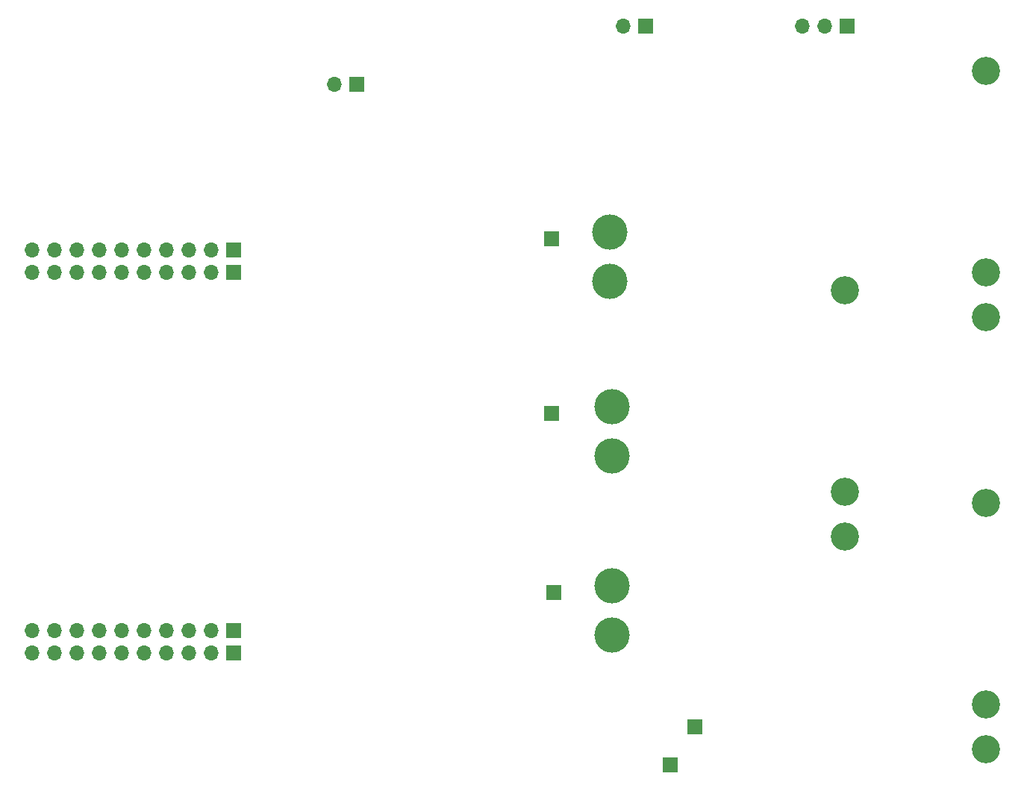
<source format=gbs>
G04 #@! TF.FileFunction,Soldermask,Bot*
%FSLAX46Y46*%
G04 Gerber Fmt 4.6, Leading zero omitted, Abs format (unit mm)*
G04 Created by KiCad (PCBNEW 4.0.5) date 03/08/17 17:48:46*
%MOMM*%
%LPD*%
G01*
G04 APERTURE LIST*
%ADD10C,0.100000*%
%ADD11C,3.200400*%
%ADD12R,1.700000X1.700000*%
%ADD13O,1.700000X1.700000*%
%ADD14C,4.000500*%
G04 APERTURE END LIST*
D10*
D11*
X226822000Y-96266000D03*
X226822000Y-91186000D03*
X226822000Y-68326000D03*
X210820000Y-121158000D03*
X210820000Y-116078000D03*
X210820000Y-93218000D03*
X226822000Y-145288000D03*
X226822000Y-140208000D03*
X226822000Y-117348000D03*
D12*
X141478000Y-88646000D03*
D13*
X138938000Y-88646000D03*
X136398000Y-88646000D03*
X133858000Y-88646000D03*
X131318000Y-88646000D03*
X128778000Y-88646000D03*
X126238000Y-88646000D03*
X123698000Y-88646000D03*
X121158000Y-88646000D03*
X118618000Y-88646000D03*
D12*
X141478000Y-134366000D03*
D13*
X138938000Y-134366000D03*
X136398000Y-134366000D03*
X133858000Y-134366000D03*
X131318000Y-134366000D03*
X128778000Y-134366000D03*
X126238000Y-134366000D03*
X123698000Y-134366000D03*
X121158000Y-134366000D03*
X118618000Y-134366000D03*
D12*
X141478000Y-91186000D03*
D13*
X138938000Y-91186000D03*
X136398000Y-91186000D03*
X133858000Y-91186000D03*
X131318000Y-91186000D03*
X128778000Y-91186000D03*
X126238000Y-91186000D03*
X123698000Y-91186000D03*
X121158000Y-91186000D03*
X118618000Y-91186000D03*
D12*
X141478000Y-131826000D03*
D13*
X138938000Y-131826000D03*
X136398000Y-131826000D03*
X133858000Y-131826000D03*
X131318000Y-131826000D03*
X128778000Y-131826000D03*
X126238000Y-131826000D03*
X123698000Y-131826000D03*
X121158000Y-131826000D03*
X118618000Y-131826000D03*
D12*
X211074000Y-63246000D03*
D13*
X208534000Y-63246000D03*
X205994000Y-63246000D03*
D12*
X155448000Y-69850000D03*
D13*
X152908000Y-69850000D03*
D12*
X188214000Y-63246000D03*
D13*
X185674000Y-63246000D03*
D12*
X191008000Y-147066000D03*
X193802000Y-142748000D03*
X177546000Y-87376000D03*
X177546000Y-107188000D03*
D14*
X184150000Y-92202000D03*
X184150000Y-86614000D03*
X184404000Y-112014000D03*
X184404000Y-106426000D03*
X184404000Y-132334000D03*
X184404000Y-126746000D03*
D12*
X177800000Y-127508000D03*
M02*

</source>
